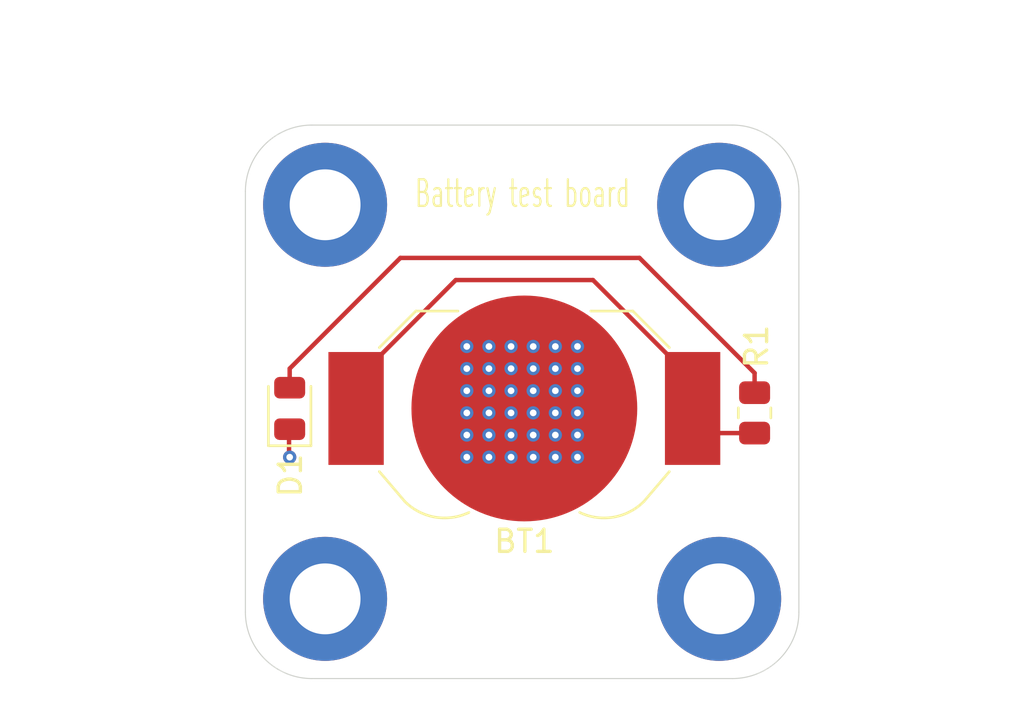
<source format=kicad_pcb>
(kicad_pcb (version 20240108) (generator "pcbnew") (generator_version "8.0")
  (layers (0 "F.Cu" signal) (1 "In1.Cu" signal) (2 "In2.Cu" signal) (31 "B.Cu" signal) (34 "B.Paste" user) (35 "F.Paste" user) (36 "B.SilkS" user "B.Silkscreen") (37 "F.SilkS" user "F.Silkscreen") (38 "B.Mask" user) (39 "F.Mask" user) (44 "Edge.Cuts" user))
  (net 0 "")
  (net 1 "/+V")
  (net 2 "/-V")
  (net 3 "Net-(D1-A)")
  (footprint "LED_SMD:LED_0805_2012Metric" (layer "F.Cu") (at 130.2 100.4 90)
    (property "Reference" "D1" (at -3.023587 0.028661 -90) (layer "F.SilkS"))
    (property "Value" "LED")
    (fp_line (start 1 -0.96) (end -1.684999 -0.96) (stroke (width 0.12)) (layer "F.SilkS"))
    (fp_line (start -1.684999 -0.96) (end -1.684999 0.96) (stroke (width 0.12)) (layer "F.SilkS"))
    (fp_line (start -1.684999 0.96) (end 1 0.96) (stroke (width 0.12)) (layer "F.SilkS"))
    (pad "1" smd roundrect (at -0.937501 0 90) (size 0.975 1.4) (layers "F.Cu" "F.Paste" "F.Mask") (net 2 "/-V"))
    (pad "2" smd roundrect (at 0.937501 0 90) (size 0.975 1.4) (layers "F.Cu" "F.Paste" "F.Mask") (net 3 "Net-(D1-A)"))
  )
  (footprint "MountingHole:MountingHole_3.2mm_M3_DIN965_Pad" (layer "F.Cu") (at 131.8 109)
    (property "Reference" "H3" (hide yes))
    (property "Value" "MountingHole")
    (pad "1" thru_hole circle (at 0 0) (size 5.6 5.6) (drill 3.2) (layers "*.Cu" "*.Mask"))
  )
  (footprint "MountingHole:MountingHole_3.2mm_M3_DIN965_Pad" (layer "F.Cu") (at 149.6 109)
    (property "Reference" "H4" (hide yes))
    (property "Value" "MountingHole")
    (pad "1" thru_hole circle (at 0 0) (size 5.6 5.6) (drill 3.2) (layers "*.Cu" "*.Mask"))
  )
  (footprint "Resistor_SMD:R_0805_2012Metric" (layer "F.Cu") (at 151.2 100.6 90)
    (property "Reference" "R1" (at 3 0.0875 -90) (layer "F.SilkS"))
    (property "Value" "R")
    (fp_line (start -0.227064 -0.735) (end 0.227064 -0.735) (stroke (width 0.12)) (layer "F.SilkS"))
    (fp_line (start -0.227064 0.735) (end 0.227064 0.735) (stroke (width 0.12)) (layer "F.SilkS"))
    (pad "1" smd roundrect (at -0.9125 0 90) (size 1.025 1.4) (layers "F.Cu" "F.Paste" "F.Mask") (roundrect_rratio 0.243902) (net 1 "/+V"))
    (pad "2" smd roundrect (at 0.9125 0 90) (size 1.025 1.4) (layers "F.Cu" "F.Paste" "F.Mask") (roundrect_rratio 0.243902) (net 3 "Net-(D1-A)"))
  )
  (footprint "MountingHole:MountingHole_3.2mm_M3_DIN965_Pad" (layer "F.Cu") (at 149.6 91.2)
    (property "Reference" "H2" (hide yes))
    (property "Value" "MountingHole")
    (pad "1" thru_hole circle (at 0 0) (size 5.6 5.6) (drill 3.2) (layers "*.Cu" "*.Mask"))
  )
  (footprint "Battery:BatteryHolder_LINX_BAT-HLD-012-SMT" (layer "F.Cu") (at 140.8 100.4)
    (property "Reference" "BT1" (at 0 6 0) (layer "F.SilkS"))
    (property "Value" "Battery")
    (fp_line (start -6.55 -2.75) (end -4.9 -4.4) (stroke (width 0.12)) (layer "F.SilkS"))
    (fp_line (start -6.55 2.85) (end -5.4 4.2) (stroke (width 0.12)) (layer "F.SilkS"))
    (fp_line (start -4.9 -4.4) (end -3 -4.4) (stroke (width 0.12)) (layer "F.SilkS"))
    (fp_line (start 4.9 -4.4) (end 3 -4.4) (stroke (width 0.12)) (layer "F.SilkS"))
    (fp_line (start 4.9 -4.4) (end 6.55 -2.75) (stroke (width 0.12)) (layer "F.SilkS"))
    (fp_line (start 6.55 2.85) (end 5.4 4.2) (stroke (width 0.12)) (layer "F.SilkS"))
    (fp_arc (start -2.504098 4.697607) (mid -4.031094 4.908816) (end -5.4 4.2) (stroke (width 0.12)) (layer "F.SilkS"))
    (fp_arc (start 5.4 4.2) (mid 4.029781 4.909041) (end 2.501694 4.696459) (stroke (width 0.12)) (layer "F.SilkS"))
    (pad "1" smd rect (at -7.6 0) (size 2.5 5.1) (layers "F.Cu" "F.Paste" "F.Mask") (net 1 "/+V"))
    (pad "1" smd rect (at 7.6 0) (size 2.5 5.1) (layers "F.Cu" "F.Paste" "F.Mask") (net 1 "/+V"))
    (pad "2" smd circle (at 0 0) (size 10.2 10.2) (layers "F.Cu" "F.Mask") (net 2 "/-V"))
  )
  (footprint "MountingHole:MountingHole_3.2mm_M3_DIN965_Pad" (layer "F.Cu") (at 131.8 91.2)
    (property "Reference" "H1" (hide yes))
    (property "Value" "MountingHole")
    (pad "1" thru_hole circle (at 0 0) (size 5.6 5.6) (drill 3.2) (layers "*.Cu" "*.Mask"))
  )
  (gr_arc (start 131.2 112.6) (mid 129.07868 111.72132) (end 128.2 109.6) (stroke (width 0.05)) (layer "Edge.Cuts"))
  (gr_line (start 153.2 90.6) (end 153.2 109.6) (stroke (width 0.05)) (layer "Edge.Cuts"))
  (gr_line (start 131.2 87.6) (end 150.2 87.6) (stroke (width 0.05)) (layer "Edge.Cuts"))
  (gr_line (start 150.2 112.6) (end 131.2 112.6) (stroke (width 0.05)) (layer "Edge.Cuts"))
  (gr_arc (start 150.2 87.6) (mid 152.32132 88.47868) (end 153.2 90.6) (stroke (width 0.05)) (layer "Edge.Cuts"))
  (gr_line (start 128.2 109.6) (end 128.2 90.6) (stroke (width 0.05)) (layer "Edge.Cuts"))
  (gr_arc (start 128.2 90.6) (mid 129.07868 88.47868) (end 131.2 87.6) (stroke (width 0.05)) (layer "Edge.Cuts"))
  (gr_arc (start 153.2 109.6) (mid 152.32132 111.72132) (end 150.2 112.6) (stroke (width 0.05)) (layer "Edge.Cuts"))
  (gr_text "Battery test board" (at 135.8 91.4 0) (layer "F.SilkS") (effects (font (size 1.2 0.7) (thickness 0.1)) (justify left bottom)))
  (segment (start 137.7 94.6) (end 133.2 99.1) (width 0.2) (layer "F.Cu") (net 1))
  (segment (start 133.2 99.1) (end 133.2 100.4) (width 0.2) (layer "F.Cu") (net 1))
  (segment (start 148.4 100.4) (end 148.4 99.1) (width 0.2) (layer "F.Cu") (net 1))
  (segment (start 148.4 99.1) (end 143.9 94.6) (width 0.2) (layer "F.Cu") (net 1))
  (segment (start 151.2 101.5125) (end 149.5125 101.5125) (width 0.2) (layer "F.Cu") (net 1))
  (segment (start 143.9 94.6) (end 137.7 94.6) (width 0.2) (layer "F.Cu") (net 1))
  (segment (start 149.5125 101.5125) (end 148.4 100.4) (width 0.2) (layer "F.Cu") (net 1))
  (segment (start 148.2 100.6) (end 148.4 100.4) (width 0.2) (layer "F.Cu") (net 1))
  (segment (start 130.171339 101.513914) (end 130.171339 102.571339) (width 0.2) (layer "F.Cu") (net 2))
  (via (at 142.2 100.6) (size 0.6) (drill 0.3) (layers "F.Cu" "B.Cu") (net 2))
  (via (at 139.2 97.6) (size 0.6) (drill 0.3) (layers "F.Cu" "B.Cu") (net 2))
  (via (at 142.2 97.6) (size 0.6) (drill 0.3) (layers "F.Cu" "B.Cu") (net 2))
  (via (at 139.2 98.6) (size 0.6) (drill 0.3) (layers "F.Cu" "B.Cu") (net 2))
  (via (at 140.2 102.6) (size 0.6) (drill 0.3) (layers "F.Cu" "B.Cu") (net 2))
  (via (at 139.2 99.6) (size 0.6) (drill 0.3) (layers "F.Cu" "B.Cu") (net 2))
  (via (at 140.2 100.6) (size 0.6) (drill 0.3) (layers "F.Cu" "B.Cu") (net 2))
  (via (at 139.2 101.6) (size 0.6) (drill 0.3) (layers "F.Cu" "B.Cu") (net 2))
  (via (at 140.2 97.6) (size 0.6) (drill 0.3) (layers "F.Cu" "B.Cu") (net 2))
  (via (at 141.2 100.6) (size 0.6) (drill 0.3) (layers "F.Cu" "B.Cu") (net 2))
  (via (at 141.2 99.6) (size 0.6) (drill 0.3) (layers "F.Cu" "B.Cu") (net 2))
  (via (at 141.2 97.6) (size 0.6) (drill 0.3) (layers "F.Cu" "B.Cu") (net 2))
  (via (at 140.2 98.6) (size 0.6) (drill 0.3) (layers "F.Cu" "B.Cu") (net 2))
  (via (at 141.2 98.6) (size 0.6) (drill 0.3) (layers "F.Cu" "B.Cu") (net 2))
  (via (at 138.2 102.6) (size 0.6) (drill 0.3) (layers "F.Cu" "B.Cu") (net 2))
  (via (at 142.2 99.6) (size 0.6) (drill 0.3) (layers "F.Cu" "B.Cu") (net 2))
  (via (at 140.2 99.6) (size 0.6) (drill 0.3) (layers "F.Cu" "B.Cu") (net 2))
  (via (at 142.2 102.6) (size 0.6) (drill 0.3) (layers "F.Cu" "B.Cu") (net 2))
  (via (at 140.2 101.6) (size 0.6) (drill 0.3) (layers "F.Cu" "B.Cu") (net 2))
  (via (at 142.2 101.6) (size 0.6) (drill 0.3) (layers "F.Cu" "B.Cu") (net 2))
  (via (at 141.2 101.6) (size 0.6) (drill 0.3) (layers "F.Cu" "B.Cu") (net 2))
  (via (at 139.2 100.6) (size 0.6) (drill 0.3) (layers "F.Cu" "B.Cu") (net 2))
  (via (at 143.2 100.6) (size 0.6) (drill 0.3) (layers "F.Cu" "B.Cu") (net 2))
  (via (at 138.2 99.6) (size 0.6) (drill 0.3) (layers "F.Cu" "B.Cu") (net 2))
  (via (at 138.2 100.6) (size 0.6) (drill 0.3) (layers "F.Cu" "B.Cu") (net 2))
  (via (at 143.2 102.6) (size 0.6) (drill 0.3) (layers "F.Cu" "B.Cu") (net 2))
  (via (at 139.2 102.6) (size 0.6) (drill 0.3) (layers "F.Cu" "B.Cu") (net 2))
  (via (at 143.2 101.6) (size 0.6) (drill 0.3) (layers "F.Cu" "B.Cu") (net 2))
  (via (at 138.2 101.6) (size 0.6) (drill 0.3) (layers "F.Cu" "B.Cu") (net 2))
  (via (at 143.2 97.6) (size 0.6) (drill 0.3) (layers "F.Cu" "B.Cu") (net 2))
  (via (at 130.2 102.6) (size 0.6) (drill 0.3) (layers "F.Cu" "B.Cu") (net 2))
  (via (at 138.2 98.6) (size 0.6) (drill 0.3) (layers "F.Cu" "B.Cu") (net 2))
  (via (at 143.2 98.6) (size 0.6) (drill 0.3) (layers "F.Cu" "B.Cu") (net 2))
  (via (at 142.2 98.6) (size 0.6) (drill 0.3) (layers "F.Cu" "B.Cu") (net 2))
  (via (at 143.2 99.6) (size 0.6) (drill 0.3) (layers "F.Cu" "B.Cu") (net 2))
  (via (at 138.2 97.6) (size 0.6) (drill 0.3) (layers "F.Cu" "B.Cu") (net 2))
  (via (at 141.2 102.6) (size 0.6) (drill 0.3) (layers "F.Cu" "B.Cu") (net 2))
  (segment (start 151.2 98.8) (end 146 93.6) (width 0.2) (layer "F.Cu") (net 3))
  (segment (start 135.2 93.6) (end 130.2 98.6) (width 0.2) (layer "F.Cu") (net 3))
  (segment (start 146 93.6) (end 135.2 93.6) (width 0.2) (layer "F.Cu") (net 3))
  (segment (start 130.2 98.6) (end 130.2 99.638912) (width 0.2) (layer "F.Cu") (net 3))
  (segment (start 151.2 99.6875) (end 151.2 98.8) (width 0.2) (layer "F.Cu") (net 3))
)
</source>
